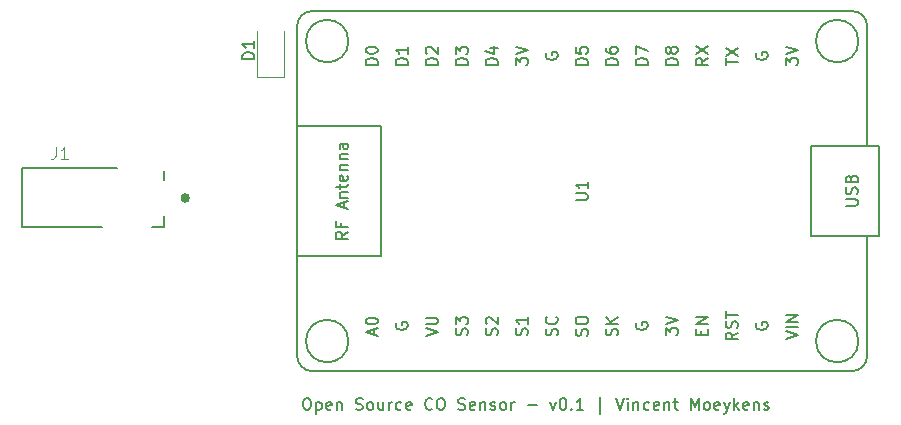
<source format=gto>
G04 #@! TF.GenerationSoftware,KiCad,Pcbnew,5.1.5-52549c5~86~ubuntu18.04.1*
G04 #@! TF.CreationDate,2020-05-06T11:13:41-04:00*
G04 #@! TF.ProjectId,co_sensor,636f5f73-656e-4736-9f72-2e6b69636164,1.0*
G04 #@! TF.SameCoordinates,Original*
G04 #@! TF.FileFunction,Legend,Top*
G04 #@! TF.FilePolarity,Positive*
%FSLAX46Y46*%
G04 Gerber Fmt 4.6, Leading zero omitted, Abs format (unit mm)*
G04 Created by KiCad (PCBNEW 5.1.5-52549c5~86~ubuntu18.04.1) date 2020-05-06 11:13:41*
%MOMM*%
%LPD*%
G04 APERTURE LIST*
%ADD10C,0.165100*%
%ADD11C,0.127000*%
%ADD12C,0.400000*%
%ADD13C,0.120000*%
%ADD14C,0.150000*%
%ADD15C,0.015000*%
G04 APERTURE END LIST*
D10*
X145509007Y-139451964D02*
X145699628Y-139451964D01*
X145794939Y-139499620D01*
X145890249Y-139594930D01*
X145937904Y-139785551D01*
X145937904Y-140119138D01*
X145890249Y-140309759D01*
X145794939Y-140405069D01*
X145699628Y-140452724D01*
X145509007Y-140452724D01*
X145413697Y-140405069D01*
X145318386Y-140309759D01*
X145270731Y-140119138D01*
X145270731Y-139785551D01*
X145318386Y-139594930D01*
X145413697Y-139499620D01*
X145509007Y-139451964D01*
X146366801Y-139785551D02*
X146366801Y-140786311D01*
X146366801Y-139833206D02*
X146462112Y-139785551D01*
X146652733Y-139785551D01*
X146748043Y-139833206D01*
X146795699Y-139880861D01*
X146843354Y-139976172D01*
X146843354Y-140262103D01*
X146795699Y-140357414D01*
X146748043Y-140405069D01*
X146652733Y-140452724D01*
X146462112Y-140452724D01*
X146366801Y-140405069D01*
X147653493Y-140405069D02*
X147558182Y-140452724D01*
X147367561Y-140452724D01*
X147272251Y-140405069D01*
X147224596Y-140309759D01*
X147224596Y-139928517D01*
X147272251Y-139833206D01*
X147367561Y-139785551D01*
X147558182Y-139785551D01*
X147653493Y-139833206D01*
X147701148Y-139928517D01*
X147701148Y-140023827D01*
X147224596Y-140119138D01*
X148130045Y-139785551D02*
X148130045Y-140452724D01*
X148130045Y-139880861D02*
X148177700Y-139833206D01*
X148273011Y-139785551D01*
X148415977Y-139785551D01*
X148511287Y-139833206D01*
X148558942Y-139928517D01*
X148558942Y-140452724D01*
X149750323Y-140405069D02*
X149893289Y-140452724D01*
X150131565Y-140452724D01*
X150226876Y-140405069D01*
X150274531Y-140357414D01*
X150322186Y-140262103D01*
X150322186Y-140166793D01*
X150274531Y-140071482D01*
X150226876Y-140023827D01*
X150131565Y-139976172D01*
X149940944Y-139928517D01*
X149845634Y-139880861D01*
X149797979Y-139833206D01*
X149750323Y-139737896D01*
X149750323Y-139642585D01*
X149797979Y-139547275D01*
X149845634Y-139499620D01*
X149940944Y-139451964D01*
X150179220Y-139451964D01*
X150322186Y-139499620D01*
X150894049Y-140452724D02*
X150798739Y-140405069D01*
X150751083Y-140357414D01*
X150703428Y-140262103D01*
X150703428Y-139976172D01*
X150751083Y-139880861D01*
X150798739Y-139833206D01*
X150894049Y-139785551D01*
X151037015Y-139785551D01*
X151132325Y-139833206D01*
X151179980Y-139880861D01*
X151227636Y-139976172D01*
X151227636Y-140262103D01*
X151179980Y-140357414D01*
X151132325Y-140405069D01*
X151037015Y-140452724D01*
X150894049Y-140452724D01*
X152085430Y-139785551D02*
X152085430Y-140452724D01*
X151656533Y-139785551D02*
X151656533Y-140309759D01*
X151704188Y-140405069D01*
X151799499Y-140452724D01*
X151942464Y-140452724D01*
X152037775Y-140405069D01*
X152085430Y-140357414D01*
X152561982Y-140452724D02*
X152561982Y-139785551D01*
X152561982Y-139976172D02*
X152609638Y-139880861D01*
X152657293Y-139833206D01*
X152752603Y-139785551D01*
X152847914Y-139785551D01*
X153610398Y-140405069D02*
X153515087Y-140452724D01*
X153324466Y-140452724D01*
X153229156Y-140405069D01*
X153181500Y-140357414D01*
X153133845Y-140262103D01*
X153133845Y-139976172D01*
X153181500Y-139880861D01*
X153229156Y-139833206D01*
X153324466Y-139785551D01*
X153515087Y-139785551D01*
X153610398Y-139833206D01*
X154420537Y-140405069D02*
X154325226Y-140452724D01*
X154134605Y-140452724D01*
X154039295Y-140405069D01*
X153991640Y-140309759D01*
X153991640Y-139928517D01*
X154039295Y-139833206D01*
X154134605Y-139785551D01*
X154325226Y-139785551D01*
X154420537Y-139833206D01*
X154468192Y-139928517D01*
X154468192Y-140023827D01*
X153991640Y-140119138D01*
X156231436Y-140357414D02*
X156183780Y-140405069D01*
X156040815Y-140452724D01*
X155945504Y-140452724D01*
X155802539Y-140405069D01*
X155707228Y-140309759D01*
X155659573Y-140214448D01*
X155611918Y-140023827D01*
X155611918Y-139880861D01*
X155659573Y-139690240D01*
X155707228Y-139594930D01*
X155802539Y-139499620D01*
X155945504Y-139451964D01*
X156040815Y-139451964D01*
X156183780Y-139499620D01*
X156231436Y-139547275D01*
X156850954Y-139451964D02*
X157041575Y-139451964D01*
X157136885Y-139499620D01*
X157232196Y-139594930D01*
X157279851Y-139785551D01*
X157279851Y-140119138D01*
X157232196Y-140309759D01*
X157136885Y-140405069D01*
X157041575Y-140452724D01*
X156850954Y-140452724D01*
X156755643Y-140405069D01*
X156660333Y-140309759D01*
X156612678Y-140119138D01*
X156612678Y-139785551D01*
X156660333Y-139594930D01*
X156755643Y-139499620D01*
X156850954Y-139451964D01*
X158423577Y-140405069D02*
X158566542Y-140452724D01*
X158804819Y-140452724D01*
X158900129Y-140405069D01*
X158947784Y-140357414D01*
X158995440Y-140262103D01*
X158995440Y-140166793D01*
X158947784Y-140071482D01*
X158900129Y-140023827D01*
X158804819Y-139976172D01*
X158614198Y-139928517D01*
X158518887Y-139880861D01*
X158471232Y-139833206D01*
X158423577Y-139737896D01*
X158423577Y-139642585D01*
X158471232Y-139547275D01*
X158518887Y-139499620D01*
X158614198Y-139451964D01*
X158852474Y-139451964D01*
X158995440Y-139499620D01*
X159805579Y-140405069D02*
X159710268Y-140452724D01*
X159519647Y-140452724D01*
X159424337Y-140405069D01*
X159376681Y-140309759D01*
X159376681Y-139928517D01*
X159424337Y-139833206D01*
X159519647Y-139785551D01*
X159710268Y-139785551D01*
X159805579Y-139833206D01*
X159853234Y-139928517D01*
X159853234Y-140023827D01*
X159376681Y-140119138D01*
X160282131Y-139785551D02*
X160282131Y-140452724D01*
X160282131Y-139880861D02*
X160329786Y-139833206D01*
X160425097Y-139785551D01*
X160568062Y-139785551D01*
X160663373Y-139833206D01*
X160711028Y-139928517D01*
X160711028Y-140452724D01*
X161139925Y-140405069D02*
X161235236Y-140452724D01*
X161425857Y-140452724D01*
X161521167Y-140405069D01*
X161568822Y-140309759D01*
X161568822Y-140262103D01*
X161521167Y-140166793D01*
X161425857Y-140119138D01*
X161282891Y-140119138D01*
X161187580Y-140071482D01*
X161139925Y-139976172D01*
X161139925Y-139928517D01*
X161187580Y-139833206D01*
X161282891Y-139785551D01*
X161425857Y-139785551D01*
X161521167Y-139833206D01*
X162140685Y-140452724D02*
X162045375Y-140405069D01*
X161997720Y-140357414D01*
X161950064Y-140262103D01*
X161950064Y-139976172D01*
X161997720Y-139880861D01*
X162045375Y-139833206D01*
X162140685Y-139785551D01*
X162283651Y-139785551D01*
X162378961Y-139833206D01*
X162426617Y-139880861D01*
X162474272Y-139976172D01*
X162474272Y-140262103D01*
X162426617Y-140357414D01*
X162378961Y-140405069D01*
X162283651Y-140452724D01*
X162140685Y-140452724D01*
X162903169Y-140452724D02*
X162903169Y-139785551D01*
X162903169Y-139976172D02*
X162950824Y-139880861D01*
X162998480Y-139833206D01*
X163093790Y-139785551D01*
X163189100Y-139785551D01*
X164285171Y-140071482D02*
X165047655Y-140071482D01*
X166191380Y-139785551D02*
X166429657Y-140452724D01*
X166667933Y-139785551D01*
X167239796Y-139451964D02*
X167335106Y-139451964D01*
X167430417Y-139499620D01*
X167478072Y-139547275D01*
X167525727Y-139642585D01*
X167573382Y-139833206D01*
X167573382Y-140071482D01*
X167525727Y-140262103D01*
X167478072Y-140357414D01*
X167430417Y-140405069D01*
X167335106Y-140452724D01*
X167239796Y-140452724D01*
X167144485Y-140405069D01*
X167096830Y-140357414D01*
X167049175Y-140262103D01*
X167001520Y-140071482D01*
X167001520Y-139833206D01*
X167049175Y-139642585D01*
X167096830Y-139547275D01*
X167144485Y-139499620D01*
X167239796Y-139451964D01*
X168002280Y-140357414D02*
X168049935Y-140405069D01*
X168002280Y-140452724D01*
X167954624Y-140405069D01*
X168002280Y-140357414D01*
X168002280Y-140452724D01*
X169003040Y-140452724D02*
X168431177Y-140452724D01*
X168717108Y-140452724D02*
X168717108Y-139451964D01*
X168621798Y-139594930D01*
X168526487Y-139690240D01*
X168431177Y-139737896D01*
X170432697Y-140786311D02*
X170432697Y-139356654D01*
X171767043Y-139451964D02*
X172100630Y-140452724D01*
X172434217Y-139451964D01*
X172767803Y-140452724D02*
X172767803Y-139785551D01*
X172767803Y-139451964D02*
X172720148Y-139499620D01*
X172767803Y-139547275D01*
X172815459Y-139499620D01*
X172767803Y-139451964D01*
X172767803Y-139547275D01*
X173244356Y-139785551D02*
X173244356Y-140452724D01*
X173244356Y-139880861D02*
X173292011Y-139833206D01*
X173387321Y-139785551D01*
X173530287Y-139785551D01*
X173625598Y-139833206D01*
X173673253Y-139928517D01*
X173673253Y-140452724D01*
X174578702Y-140405069D02*
X174483392Y-140452724D01*
X174292771Y-140452724D01*
X174197460Y-140405069D01*
X174149805Y-140357414D01*
X174102150Y-140262103D01*
X174102150Y-139976172D01*
X174149805Y-139880861D01*
X174197460Y-139833206D01*
X174292771Y-139785551D01*
X174483392Y-139785551D01*
X174578702Y-139833206D01*
X175388841Y-140405069D02*
X175293531Y-140452724D01*
X175102910Y-140452724D01*
X175007600Y-140405069D01*
X174959944Y-140309759D01*
X174959944Y-139928517D01*
X175007600Y-139833206D01*
X175102910Y-139785551D01*
X175293531Y-139785551D01*
X175388841Y-139833206D01*
X175436497Y-139928517D01*
X175436497Y-140023827D01*
X174959944Y-140119138D01*
X175865394Y-139785551D02*
X175865394Y-140452724D01*
X175865394Y-139880861D02*
X175913049Y-139833206D01*
X176008360Y-139785551D01*
X176151325Y-139785551D01*
X176246636Y-139833206D01*
X176294291Y-139928517D01*
X176294291Y-140452724D01*
X176627878Y-139785551D02*
X177009120Y-139785551D01*
X176770843Y-139451964D02*
X176770843Y-140309759D01*
X176818499Y-140405069D01*
X176913809Y-140452724D01*
X177009120Y-140452724D01*
X178105190Y-140452724D02*
X178105190Y-139451964D01*
X178438777Y-140166793D01*
X178772363Y-139451964D01*
X178772363Y-140452724D01*
X179391881Y-140452724D02*
X179296571Y-140405069D01*
X179248916Y-140357414D01*
X179201260Y-140262103D01*
X179201260Y-139976172D01*
X179248916Y-139880861D01*
X179296571Y-139833206D01*
X179391881Y-139785551D01*
X179534847Y-139785551D01*
X179630158Y-139833206D01*
X179677813Y-139880861D01*
X179725468Y-139976172D01*
X179725468Y-140262103D01*
X179677813Y-140357414D01*
X179630158Y-140405069D01*
X179534847Y-140452724D01*
X179391881Y-140452724D01*
X180535607Y-140405069D02*
X180440297Y-140452724D01*
X180249676Y-140452724D01*
X180154365Y-140405069D01*
X180106710Y-140309759D01*
X180106710Y-139928517D01*
X180154365Y-139833206D01*
X180249676Y-139785551D01*
X180440297Y-139785551D01*
X180535607Y-139833206D01*
X180583262Y-139928517D01*
X180583262Y-140023827D01*
X180106710Y-140119138D01*
X180916849Y-139785551D02*
X181155125Y-140452724D01*
X181393401Y-139785551D02*
X181155125Y-140452724D01*
X181059815Y-140691000D01*
X181012160Y-140738656D01*
X180916849Y-140786311D01*
X181774643Y-140452724D02*
X181774643Y-139451964D01*
X181869954Y-140071482D02*
X182155885Y-140452724D01*
X182155885Y-139785551D02*
X181774643Y-140166793D01*
X182966024Y-140405069D02*
X182870714Y-140452724D01*
X182680093Y-140452724D01*
X182584782Y-140405069D01*
X182537127Y-140309759D01*
X182537127Y-139928517D01*
X182584782Y-139833206D01*
X182680093Y-139785551D01*
X182870714Y-139785551D01*
X182966024Y-139833206D01*
X183013680Y-139928517D01*
X183013680Y-140023827D01*
X182537127Y-140119138D01*
X183442577Y-139785551D02*
X183442577Y-140452724D01*
X183442577Y-139880861D02*
X183490232Y-139833206D01*
X183585542Y-139785551D01*
X183728508Y-139785551D01*
X183823819Y-139833206D01*
X183871474Y-139928517D01*
X183871474Y-140452724D01*
X184300371Y-140405069D02*
X184395681Y-140452724D01*
X184586302Y-140452724D01*
X184681613Y-140405069D01*
X184729268Y-140309759D01*
X184729268Y-140262103D01*
X184681613Y-140166793D01*
X184586302Y-140119138D01*
X184443337Y-140119138D01*
X184348026Y-140071482D01*
X184300371Y-139976172D01*
X184300371Y-139928517D01*
X184348026Y-139833206D01*
X184443337Y-139785551D01*
X184586302Y-139785551D01*
X184681613Y-139833206D01*
D11*
X132500000Y-125000000D02*
X133500000Y-125000000D01*
X133500000Y-124000000D02*
X133500000Y-125000000D01*
X133500000Y-120250000D02*
X133500000Y-121000000D01*
X129500000Y-120000000D02*
X121500000Y-120000000D01*
X121500000Y-125000000D02*
X128250000Y-125000000D01*
X121500000Y-120000000D02*
X121500000Y-125000000D01*
D12*
X135500000Y-122510000D02*
G75*
G03X135500000Y-122510000I-200000J0D01*
G01*
D13*
X143635000Y-112285000D02*
X143635000Y-108400000D01*
X141365000Y-112285000D02*
X143635000Y-112285000D01*
X141365000Y-108400000D02*
X141365000Y-112285000D01*
D14*
X144780000Y-107950000D02*
X144780000Y-135890000D01*
X149116051Y-109220000D02*
G75*
G03X149116051Y-109220000I-1796051J0D01*
G01*
X149116051Y-134620000D02*
G75*
G03X149116051Y-134620000I-1796051J0D01*
G01*
X192296051Y-134620000D02*
G75*
G03X192296051Y-134620000I-1796051J0D01*
G01*
X192296051Y-109220000D02*
G75*
G03X192296051Y-109220000I-1796051J0D01*
G01*
X193040000Y-125720000D02*
X193040000Y-135890000D01*
X146050000Y-137160000D02*
X191770000Y-137160000D01*
X146050000Y-106680000D02*
X191770000Y-106680000D01*
X191770000Y-137160000D02*
G75*
G03X193040000Y-135890000I0J1270000D01*
G01*
X193040000Y-107950000D02*
G75*
G03X191770000Y-106680000I-1270000J0D01*
G01*
X146050000Y-106680000D02*
G75*
G03X144780000Y-107950000I0J-1270000D01*
G01*
X144780000Y-135890000D02*
G75*
G03X146050000Y-137160000I1270000J0D01*
G01*
X194040000Y-118120000D02*
X194040000Y-125720000D01*
X188310000Y-118120000D02*
X194040000Y-118120000D01*
X188310000Y-125720000D02*
X188310000Y-118120000D01*
X194040000Y-125720000D02*
X188310000Y-125720000D01*
X151910000Y-127420000D02*
X144780000Y-127420000D01*
X144780000Y-116420000D02*
X151910000Y-116420000D01*
X151910000Y-116420000D02*
X151910000Y-127420000D01*
X193040000Y-107940000D02*
X193040000Y-118110000D01*
D15*
X124359086Y-118183823D02*
X124359086Y-118898699D01*
X124311427Y-119041674D01*
X124216110Y-119136991D01*
X124073135Y-119184650D01*
X123977818Y-119184650D01*
X125359913Y-119184650D02*
X124788011Y-119184650D01*
X125073962Y-119184650D02*
X125073962Y-118183823D01*
X124978645Y-118326798D01*
X124883328Y-118422115D01*
X124788011Y-118469773D01*
D14*
X141132380Y-110738095D02*
X140132380Y-110738095D01*
X140132380Y-110500000D01*
X140180000Y-110357142D01*
X140275238Y-110261904D01*
X140370476Y-110214285D01*
X140560952Y-110166666D01*
X140703809Y-110166666D01*
X140894285Y-110214285D01*
X140989523Y-110261904D01*
X141084761Y-110357142D01*
X141132380Y-110500000D01*
X141132380Y-110738095D01*
X141132380Y-109214285D02*
X141132380Y-109785714D01*
X141132380Y-109500000D02*
X140132380Y-109500000D01*
X140275238Y-109595238D01*
X140370476Y-109690476D01*
X140418095Y-109785714D01*
X168362380Y-122681904D02*
X169171904Y-122681904D01*
X169267142Y-122634285D01*
X169314761Y-122586666D01*
X169362380Y-122491428D01*
X169362380Y-122300952D01*
X169314761Y-122205714D01*
X169267142Y-122158095D01*
X169171904Y-122110476D01*
X168362380Y-122110476D01*
X169362380Y-121110476D02*
X169362380Y-121681904D01*
X169362380Y-121396190D02*
X168362380Y-121396190D01*
X168505238Y-121491428D01*
X168600476Y-121586666D01*
X168648095Y-121681904D01*
X151582380Y-111228095D02*
X150582380Y-111228095D01*
X150582380Y-110990000D01*
X150630000Y-110847142D01*
X150725238Y-110751904D01*
X150820476Y-110704285D01*
X151010952Y-110656666D01*
X151153809Y-110656666D01*
X151344285Y-110704285D01*
X151439523Y-110751904D01*
X151534761Y-110847142D01*
X151582380Y-110990000D01*
X151582380Y-111228095D01*
X150582380Y-110037619D02*
X150582380Y-109942380D01*
X150630000Y-109847142D01*
X150677619Y-109799523D01*
X150772857Y-109751904D01*
X150963333Y-109704285D01*
X151201428Y-109704285D01*
X151391904Y-109751904D01*
X151487142Y-109799523D01*
X151534761Y-109847142D01*
X151582380Y-109942380D01*
X151582380Y-110037619D01*
X151534761Y-110132857D01*
X151487142Y-110180476D01*
X151391904Y-110228095D01*
X151201428Y-110275714D01*
X150963333Y-110275714D01*
X150772857Y-110228095D01*
X150677619Y-110180476D01*
X150630000Y-110132857D01*
X150582380Y-110037619D01*
X154122380Y-111228095D02*
X153122380Y-111228095D01*
X153122380Y-110990000D01*
X153170000Y-110847142D01*
X153265238Y-110751904D01*
X153360476Y-110704285D01*
X153550952Y-110656666D01*
X153693809Y-110656666D01*
X153884285Y-110704285D01*
X153979523Y-110751904D01*
X154074761Y-110847142D01*
X154122380Y-110990000D01*
X154122380Y-111228095D01*
X154122380Y-109704285D02*
X154122380Y-110275714D01*
X154122380Y-109990000D02*
X153122380Y-109990000D01*
X153265238Y-110085238D01*
X153360476Y-110180476D01*
X153408095Y-110275714D01*
X156662380Y-111228095D02*
X155662380Y-111228095D01*
X155662380Y-110990000D01*
X155710000Y-110847142D01*
X155805238Y-110751904D01*
X155900476Y-110704285D01*
X156090952Y-110656666D01*
X156233809Y-110656666D01*
X156424285Y-110704285D01*
X156519523Y-110751904D01*
X156614761Y-110847142D01*
X156662380Y-110990000D01*
X156662380Y-111228095D01*
X155757619Y-110275714D02*
X155710000Y-110228095D01*
X155662380Y-110132857D01*
X155662380Y-109894761D01*
X155710000Y-109799523D01*
X155757619Y-109751904D01*
X155852857Y-109704285D01*
X155948095Y-109704285D01*
X156090952Y-109751904D01*
X156662380Y-110323333D01*
X156662380Y-109704285D01*
X159202380Y-111228095D02*
X158202380Y-111228095D01*
X158202380Y-110990000D01*
X158250000Y-110847142D01*
X158345238Y-110751904D01*
X158440476Y-110704285D01*
X158630952Y-110656666D01*
X158773809Y-110656666D01*
X158964285Y-110704285D01*
X159059523Y-110751904D01*
X159154761Y-110847142D01*
X159202380Y-110990000D01*
X159202380Y-111228095D01*
X158202380Y-110323333D02*
X158202380Y-109704285D01*
X158583333Y-110037619D01*
X158583333Y-109894761D01*
X158630952Y-109799523D01*
X158678571Y-109751904D01*
X158773809Y-109704285D01*
X159011904Y-109704285D01*
X159107142Y-109751904D01*
X159154761Y-109799523D01*
X159202380Y-109894761D01*
X159202380Y-110180476D01*
X159154761Y-110275714D01*
X159107142Y-110323333D01*
X161742380Y-111228095D02*
X160742380Y-111228095D01*
X160742380Y-110990000D01*
X160790000Y-110847142D01*
X160885238Y-110751904D01*
X160980476Y-110704285D01*
X161170952Y-110656666D01*
X161313809Y-110656666D01*
X161504285Y-110704285D01*
X161599523Y-110751904D01*
X161694761Y-110847142D01*
X161742380Y-110990000D01*
X161742380Y-111228095D01*
X161075714Y-109799523D02*
X161742380Y-109799523D01*
X160694761Y-110037619D02*
X161409047Y-110275714D01*
X161409047Y-109656666D01*
X163282380Y-111251904D02*
X163282380Y-110632857D01*
X163663333Y-110966190D01*
X163663333Y-110823333D01*
X163710952Y-110728095D01*
X163758571Y-110680476D01*
X163853809Y-110632857D01*
X164091904Y-110632857D01*
X164187142Y-110680476D01*
X164234761Y-110728095D01*
X164282380Y-110823333D01*
X164282380Y-111109047D01*
X164234761Y-111204285D01*
X164187142Y-111251904D01*
X163282380Y-110347142D02*
X164282380Y-110013809D01*
X163282380Y-109680476D01*
X165870000Y-110228095D02*
X165822380Y-110323333D01*
X165822380Y-110466190D01*
X165870000Y-110609047D01*
X165965238Y-110704285D01*
X166060476Y-110751904D01*
X166250952Y-110799523D01*
X166393809Y-110799523D01*
X166584285Y-110751904D01*
X166679523Y-110704285D01*
X166774761Y-110609047D01*
X166822380Y-110466190D01*
X166822380Y-110370952D01*
X166774761Y-110228095D01*
X166727142Y-110180476D01*
X166393809Y-110180476D01*
X166393809Y-110370952D01*
X169362380Y-111228095D02*
X168362380Y-111228095D01*
X168362380Y-110990000D01*
X168410000Y-110847142D01*
X168505238Y-110751904D01*
X168600476Y-110704285D01*
X168790952Y-110656666D01*
X168933809Y-110656666D01*
X169124285Y-110704285D01*
X169219523Y-110751904D01*
X169314761Y-110847142D01*
X169362380Y-110990000D01*
X169362380Y-111228095D01*
X168362380Y-109751904D02*
X168362380Y-110228095D01*
X168838571Y-110275714D01*
X168790952Y-110228095D01*
X168743333Y-110132857D01*
X168743333Y-109894761D01*
X168790952Y-109799523D01*
X168838571Y-109751904D01*
X168933809Y-109704285D01*
X169171904Y-109704285D01*
X169267142Y-109751904D01*
X169314761Y-109799523D01*
X169362380Y-109894761D01*
X169362380Y-110132857D01*
X169314761Y-110228095D01*
X169267142Y-110275714D01*
X171902380Y-111228095D02*
X170902380Y-111228095D01*
X170902380Y-110990000D01*
X170950000Y-110847142D01*
X171045238Y-110751904D01*
X171140476Y-110704285D01*
X171330952Y-110656666D01*
X171473809Y-110656666D01*
X171664285Y-110704285D01*
X171759523Y-110751904D01*
X171854761Y-110847142D01*
X171902380Y-110990000D01*
X171902380Y-111228095D01*
X170902380Y-109799523D02*
X170902380Y-109990000D01*
X170950000Y-110085238D01*
X170997619Y-110132857D01*
X171140476Y-110228095D01*
X171330952Y-110275714D01*
X171711904Y-110275714D01*
X171807142Y-110228095D01*
X171854761Y-110180476D01*
X171902380Y-110085238D01*
X171902380Y-109894761D01*
X171854761Y-109799523D01*
X171807142Y-109751904D01*
X171711904Y-109704285D01*
X171473809Y-109704285D01*
X171378571Y-109751904D01*
X171330952Y-109799523D01*
X171283333Y-109894761D01*
X171283333Y-110085238D01*
X171330952Y-110180476D01*
X171378571Y-110228095D01*
X171473809Y-110275714D01*
X174442380Y-111228095D02*
X173442380Y-111228095D01*
X173442380Y-110990000D01*
X173490000Y-110847142D01*
X173585238Y-110751904D01*
X173680476Y-110704285D01*
X173870952Y-110656666D01*
X174013809Y-110656666D01*
X174204285Y-110704285D01*
X174299523Y-110751904D01*
X174394761Y-110847142D01*
X174442380Y-110990000D01*
X174442380Y-111228095D01*
X173442380Y-110323333D02*
X173442380Y-109656666D01*
X174442380Y-110085238D01*
X176982380Y-111228095D02*
X175982380Y-111228095D01*
X175982380Y-110990000D01*
X176030000Y-110847142D01*
X176125238Y-110751904D01*
X176220476Y-110704285D01*
X176410952Y-110656666D01*
X176553809Y-110656666D01*
X176744285Y-110704285D01*
X176839523Y-110751904D01*
X176934761Y-110847142D01*
X176982380Y-110990000D01*
X176982380Y-111228095D01*
X176410952Y-110085238D02*
X176363333Y-110180476D01*
X176315714Y-110228095D01*
X176220476Y-110275714D01*
X176172857Y-110275714D01*
X176077619Y-110228095D01*
X176030000Y-110180476D01*
X175982380Y-110085238D01*
X175982380Y-109894761D01*
X176030000Y-109799523D01*
X176077619Y-109751904D01*
X176172857Y-109704285D01*
X176220476Y-109704285D01*
X176315714Y-109751904D01*
X176363333Y-109799523D01*
X176410952Y-109894761D01*
X176410952Y-110085238D01*
X176458571Y-110180476D01*
X176506190Y-110228095D01*
X176601428Y-110275714D01*
X176791904Y-110275714D01*
X176887142Y-110228095D01*
X176934761Y-110180476D01*
X176982380Y-110085238D01*
X176982380Y-109894761D01*
X176934761Y-109799523D01*
X176887142Y-109751904D01*
X176791904Y-109704285D01*
X176601428Y-109704285D01*
X176506190Y-109751904D01*
X176458571Y-109799523D01*
X176410952Y-109894761D01*
X179522380Y-110656666D02*
X179046190Y-110990000D01*
X179522380Y-111228095D02*
X178522380Y-111228095D01*
X178522380Y-110847142D01*
X178570000Y-110751904D01*
X178617619Y-110704285D01*
X178712857Y-110656666D01*
X178855714Y-110656666D01*
X178950952Y-110704285D01*
X178998571Y-110751904D01*
X179046190Y-110847142D01*
X179046190Y-111228095D01*
X178522380Y-110323333D02*
X179522380Y-109656666D01*
X178522380Y-109656666D02*
X179522380Y-110323333D01*
X181062380Y-111251904D02*
X181062380Y-110680476D01*
X182062380Y-110966190D02*
X181062380Y-110966190D01*
X181062380Y-110442380D02*
X182062380Y-109775714D01*
X181062380Y-109775714D02*
X182062380Y-110442380D01*
X183650000Y-110228095D02*
X183602380Y-110323333D01*
X183602380Y-110466190D01*
X183650000Y-110609047D01*
X183745238Y-110704285D01*
X183840476Y-110751904D01*
X184030952Y-110799523D01*
X184173809Y-110799523D01*
X184364285Y-110751904D01*
X184459523Y-110704285D01*
X184554761Y-110609047D01*
X184602380Y-110466190D01*
X184602380Y-110370952D01*
X184554761Y-110228095D01*
X184507142Y-110180476D01*
X184173809Y-110180476D01*
X184173809Y-110370952D01*
X186142380Y-111251904D02*
X186142380Y-110632857D01*
X186523333Y-110966190D01*
X186523333Y-110823333D01*
X186570952Y-110728095D01*
X186618571Y-110680476D01*
X186713809Y-110632857D01*
X186951904Y-110632857D01*
X187047142Y-110680476D01*
X187094761Y-110728095D01*
X187142380Y-110823333D01*
X187142380Y-111109047D01*
X187094761Y-111204285D01*
X187047142Y-111251904D01*
X186142380Y-110347142D02*
X187142380Y-110013809D01*
X186142380Y-109680476D01*
X151296666Y-134064285D02*
X151296666Y-133588095D01*
X151582380Y-134159523D02*
X150582380Y-133826190D01*
X151582380Y-133492857D01*
X150582380Y-132969047D02*
X150582380Y-132873809D01*
X150630000Y-132778571D01*
X150677619Y-132730952D01*
X150772857Y-132683333D01*
X150963333Y-132635714D01*
X151201428Y-132635714D01*
X151391904Y-132683333D01*
X151487142Y-132730952D01*
X151534761Y-132778571D01*
X151582380Y-132873809D01*
X151582380Y-132969047D01*
X151534761Y-133064285D01*
X151487142Y-133111904D01*
X151391904Y-133159523D01*
X151201428Y-133207142D01*
X150963333Y-133207142D01*
X150772857Y-133159523D01*
X150677619Y-133111904D01*
X150630000Y-133064285D01*
X150582380Y-132969047D01*
X153170000Y-133088095D02*
X153122380Y-133183333D01*
X153122380Y-133326190D01*
X153170000Y-133469047D01*
X153265238Y-133564285D01*
X153360476Y-133611904D01*
X153550952Y-133659523D01*
X153693809Y-133659523D01*
X153884285Y-133611904D01*
X153979523Y-133564285D01*
X154074761Y-133469047D01*
X154122380Y-133326190D01*
X154122380Y-133230952D01*
X154074761Y-133088095D01*
X154027142Y-133040476D01*
X153693809Y-133040476D01*
X153693809Y-133230952D01*
X155662380Y-134207142D02*
X156662380Y-133873809D01*
X155662380Y-133540476D01*
X155662380Y-133207142D02*
X156471904Y-133207142D01*
X156567142Y-133159523D01*
X156614761Y-133111904D01*
X156662380Y-133016666D01*
X156662380Y-132826190D01*
X156614761Y-132730952D01*
X156567142Y-132683333D01*
X156471904Y-132635714D01*
X155662380Y-132635714D01*
X159154761Y-134111904D02*
X159202380Y-133969047D01*
X159202380Y-133730952D01*
X159154761Y-133635714D01*
X159107142Y-133588095D01*
X159011904Y-133540476D01*
X158916666Y-133540476D01*
X158821428Y-133588095D01*
X158773809Y-133635714D01*
X158726190Y-133730952D01*
X158678571Y-133921428D01*
X158630952Y-134016666D01*
X158583333Y-134064285D01*
X158488095Y-134111904D01*
X158392857Y-134111904D01*
X158297619Y-134064285D01*
X158250000Y-134016666D01*
X158202380Y-133921428D01*
X158202380Y-133683333D01*
X158250000Y-133540476D01*
X158202380Y-133207142D02*
X158202380Y-132588095D01*
X158583333Y-132921428D01*
X158583333Y-132778571D01*
X158630952Y-132683333D01*
X158678571Y-132635714D01*
X158773809Y-132588095D01*
X159011904Y-132588095D01*
X159107142Y-132635714D01*
X159154761Y-132683333D01*
X159202380Y-132778571D01*
X159202380Y-133064285D01*
X159154761Y-133159523D01*
X159107142Y-133207142D01*
X161694761Y-134111904D02*
X161742380Y-133969047D01*
X161742380Y-133730952D01*
X161694761Y-133635714D01*
X161647142Y-133588095D01*
X161551904Y-133540476D01*
X161456666Y-133540476D01*
X161361428Y-133588095D01*
X161313809Y-133635714D01*
X161266190Y-133730952D01*
X161218571Y-133921428D01*
X161170952Y-134016666D01*
X161123333Y-134064285D01*
X161028095Y-134111904D01*
X160932857Y-134111904D01*
X160837619Y-134064285D01*
X160790000Y-134016666D01*
X160742380Y-133921428D01*
X160742380Y-133683333D01*
X160790000Y-133540476D01*
X160837619Y-133159523D02*
X160790000Y-133111904D01*
X160742380Y-133016666D01*
X160742380Y-132778571D01*
X160790000Y-132683333D01*
X160837619Y-132635714D01*
X160932857Y-132588095D01*
X161028095Y-132588095D01*
X161170952Y-132635714D01*
X161742380Y-133207142D01*
X161742380Y-132588095D01*
X164234761Y-134111904D02*
X164282380Y-133969047D01*
X164282380Y-133730952D01*
X164234761Y-133635714D01*
X164187142Y-133588095D01*
X164091904Y-133540476D01*
X163996666Y-133540476D01*
X163901428Y-133588095D01*
X163853809Y-133635714D01*
X163806190Y-133730952D01*
X163758571Y-133921428D01*
X163710952Y-134016666D01*
X163663333Y-134064285D01*
X163568095Y-134111904D01*
X163472857Y-134111904D01*
X163377619Y-134064285D01*
X163330000Y-134016666D01*
X163282380Y-133921428D01*
X163282380Y-133683333D01*
X163330000Y-133540476D01*
X164282380Y-132588095D02*
X164282380Y-133159523D01*
X164282380Y-132873809D02*
X163282380Y-132873809D01*
X163425238Y-132969047D01*
X163520476Y-133064285D01*
X163568095Y-133159523D01*
X166774761Y-134135714D02*
X166822380Y-133992857D01*
X166822380Y-133754761D01*
X166774761Y-133659523D01*
X166727142Y-133611904D01*
X166631904Y-133564285D01*
X166536666Y-133564285D01*
X166441428Y-133611904D01*
X166393809Y-133659523D01*
X166346190Y-133754761D01*
X166298571Y-133945238D01*
X166250952Y-134040476D01*
X166203333Y-134088095D01*
X166108095Y-134135714D01*
X166012857Y-134135714D01*
X165917619Y-134088095D01*
X165870000Y-134040476D01*
X165822380Y-133945238D01*
X165822380Y-133707142D01*
X165870000Y-133564285D01*
X166727142Y-132564285D02*
X166774761Y-132611904D01*
X166822380Y-132754761D01*
X166822380Y-132850000D01*
X166774761Y-132992857D01*
X166679523Y-133088095D01*
X166584285Y-133135714D01*
X166393809Y-133183333D01*
X166250952Y-133183333D01*
X166060476Y-133135714D01*
X165965238Y-133088095D01*
X165870000Y-132992857D01*
X165822380Y-132850000D01*
X165822380Y-132754761D01*
X165870000Y-132611904D01*
X165917619Y-132564285D01*
X169314761Y-134159523D02*
X169362380Y-134016666D01*
X169362380Y-133778571D01*
X169314761Y-133683333D01*
X169267142Y-133635714D01*
X169171904Y-133588095D01*
X169076666Y-133588095D01*
X168981428Y-133635714D01*
X168933809Y-133683333D01*
X168886190Y-133778571D01*
X168838571Y-133969047D01*
X168790952Y-134064285D01*
X168743333Y-134111904D01*
X168648095Y-134159523D01*
X168552857Y-134159523D01*
X168457619Y-134111904D01*
X168410000Y-134064285D01*
X168362380Y-133969047D01*
X168362380Y-133730952D01*
X168410000Y-133588095D01*
X168362380Y-132969047D02*
X168362380Y-132778571D01*
X168410000Y-132683333D01*
X168505238Y-132588095D01*
X168695714Y-132540476D01*
X169029047Y-132540476D01*
X169219523Y-132588095D01*
X169314761Y-132683333D01*
X169362380Y-132778571D01*
X169362380Y-132969047D01*
X169314761Y-133064285D01*
X169219523Y-133159523D01*
X169029047Y-133207142D01*
X168695714Y-133207142D01*
X168505238Y-133159523D01*
X168410000Y-133064285D01*
X168362380Y-132969047D01*
X171854761Y-134135714D02*
X171902380Y-133992857D01*
X171902380Y-133754761D01*
X171854761Y-133659523D01*
X171807142Y-133611904D01*
X171711904Y-133564285D01*
X171616666Y-133564285D01*
X171521428Y-133611904D01*
X171473809Y-133659523D01*
X171426190Y-133754761D01*
X171378571Y-133945238D01*
X171330952Y-134040476D01*
X171283333Y-134088095D01*
X171188095Y-134135714D01*
X171092857Y-134135714D01*
X170997619Y-134088095D01*
X170950000Y-134040476D01*
X170902380Y-133945238D01*
X170902380Y-133707142D01*
X170950000Y-133564285D01*
X171902380Y-133135714D02*
X170902380Y-133135714D01*
X171902380Y-132564285D02*
X171330952Y-132992857D01*
X170902380Y-132564285D02*
X171473809Y-133135714D01*
X173490000Y-133088095D02*
X173442380Y-133183333D01*
X173442380Y-133326190D01*
X173490000Y-133469047D01*
X173585238Y-133564285D01*
X173680476Y-133611904D01*
X173870952Y-133659523D01*
X174013809Y-133659523D01*
X174204285Y-133611904D01*
X174299523Y-133564285D01*
X174394761Y-133469047D01*
X174442380Y-133326190D01*
X174442380Y-133230952D01*
X174394761Y-133088095D01*
X174347142Y-133040476D01*
X174013809Y-133040476D01*
X174013809Y-133230952D01*
X175982380Y-134111904D02*
X175982380Y-133492857D01*
X176363333Y-133826190D01*
X176363333Y-133683333D01*
X176410952Y-133588095D01*
X176458571Y-133540476D01*
X176553809Y-133492857D01*
X176791904Y-133492857D01*
X176887142Y-133540476D01*
X176934761Y-133588095D01*
X176982380Y-133683333D01*
X176982380Y-133969047D01*
X176934761Y-134064285D01*
X176887142Y-134111904D01*
X175982380Y-133207142D02*
X176982380Y-132873809D01*
X175982380Y-132540476D01*
X178998571Y-134088095D02*
X178998571Y-133754761D01*
X179522380Y-133611904D02*
X179522380Y-134088095D01*
X178522380Y-134088095D01*
X178522380Y-133611904D01*
X179522380Y-133183333D02*
X178522380Y-133183333D01*
X179522380Y-132611904D01*
X178522380Y-132611904D01*
X182062380Y-133897619D02*
X181586190Y-134230952D01*
X182062380Y-134469047D02*
X181062380Y-134469047D01*
X181062380Y-134088095D01*
X181110000Y-133992857D01*
X181157619Y-133945238D01*
X181252857Y-133897619D01*
X181395714Y-133897619D01*
X181490952Y-133945238D01*
X181538571Y-133992857D01*
X181586190Y-134088095D01*
X181586190Y-134469047D01*
X182014761Y-133516666D02*
X182062380Y-133373809D01*
X182062380Y-133135714D01*
X182014761Y-133040476D01*
X181967142Y-132992857D01*
X181871904Y-132945238D01*
X181776666Y-132945238D01*
X181681428Y-132992857D01*
X181633809Y-133040476D01*
X181586190Y-133135714D01*
X181538571Y-133326190D01*
X181490952Y-133421428D01*
X181443333Y-133469047D01*
X181348095Y-133516666D01*
X181252857Y-133516666D01*
X181157619Y-133469047D01*
X181110000Y-133421428D01*
X181062380Y-133326190D01*
X181062380Y-133088095D01*
X181110000Y-132945238D01*
X181062380Y-132659523D02*
X181062380Y-132088095D01*
X182062380Y-132373809D02*
X181062380Y-132373809D01*
X183650000Y-133088095D02*
X183602380Y-133183333D01*
X183602380Y-133326190D01*
X183650000Y-133469047D01*
X183745238Y-133564285D01*
X183840476Y-133611904D01*
X184030952Y-133659523D01*
X184173809Y-133659523D01*
X184364285Y-133611904D01*
X184459523Y-133564285D01*
X184554761Y-133469047D01*
X184602380Y-133326190D01*
X184602380Y-133230952D01*
X184554761Y-133088095D01*
X184507142Y-133040476D01*
X184173809Y-133040476D01*
X184173809Y-133230952D01*
X186142380Y-134445238D02*
X187142380Y-134111904D01*
X186142380Y-133778571D01*
X187142380Y-133445238D02*
X186142380Y-133445238D01*
X187142380Y-132969047D02*
X186142380Y-132969047D01*
X187142380Y-132397619D01*
X186142380Y-132397619D01*
X149042380Y-125372380D02*
X148566190Y-125705714D01*
X149042380Y-125943809D02*
X148042380Y-125943809D01*
X148042380Y-125562857D01*
X148090000Y-125467619D01*
X148137619Y-125420000D01*
X148232857Y-125372380D01*
X148375714Y-125372380D01*
X148470952Y-125420000D01*
X148518571Y-125467619D01*
X148566190Y-125562857D01*
X148566190Y-125943809D01*
X148518571Y-124610476D02*
X148518571Y-124943809D01*
X149042380Y-124943809D02*
X148042380Y-124943809D01*
X148042380Y-124467619D01*
X148756666Y-123372380D02*
X148756666Y-122896190D01*
X149042380Y-123467619D02*
X148042380Y-123134285D01*
X149042380Y-122800952D01*
X148375714Y-122467619D02*
X149042380Y-122467619D01*
X148470952Y-122467619D02*
X148423333Y-122420000D01*
X148375714Y-122324761D01*
X148375714Y-122181904D01*
X148423333Y-122086666D01*
X148518571Y-122039047D01*
X149042380Y-122039047D01*
X148375714Y-121705714D02*
X148375714Y-121324761D01*
X148042380Y-121562857D02*
X148899523Y-121562857D01*
X148994761Y-121515238D01*
X149042380Y-121420000D01*
X149042380Y-121324761D01*
X148994761Y-120610476D02*
X149042380Y-120705714D01*
X149042380Y-120896190D01*
X148994761Y-120991428D01*
X148899523Y-121039047D01*
X148518571Y-121039047D01*
X148423333Y-120991428D01*
X148375714Y-120896190D01*
X148375714Y-120705714D01*
X148423333Y-120610476D01*
X148518571Y-120562857D01*
X148613809Y-120562857D01*
X148709047Y-121039047D01*
X148375714Y-120134285D02*
X149042380Y-120134285D01*
X148470952Y-120134285D02*
X148423333Y-120086666D01*
X148375714Y-119991428D01*
X148375714Y-119848571D01*
X148423333Y-119753333D01*
X148518571Y-119705714D01*
X149042380Y-119705714D01*
X148375714Y-119229523D02*
X149042380Y-119229523D01*
X148470952Y-119229523D02*
X148423333Y-119181904D01*
X148375714Y-119086666D01*
X148375714Y-118943809D01*
X148423333Y-118848571D01*
X148518571Y-118800952D01*
X149042380Y-118800952D01*
X149042380Y-117896190D02*
X148518571Y-117896190D01*
X148423333Y-117943809D01*
X148375714Y-118039047D01*
X148375714Y-118229523D01*
X148423333Y-118324761D01*
X148994761Y-117896190D02*
X149042380Y-117991428D01*
X149042380Y-118229523D01*
X148994761Y-118324761D01*
X148899523Y-118372380D01*
X148804285Y-118372380D01*
X148709047Y-118324761D01*
X148661428Y-118229523D01*
X148661428Y-117991428D01*
X148613809Y-117896190D01*
X191222380Y-123181904D02*
X192031904Y-123181904D01*
X192127142Y-123134285D01*
X192174761Y-123086666D01*
X192222380Y-122991428D01*
X192222380Y-122800952D01*
X192174761Y-122705714D01*
X192127142Y-122658095D01*
X192031904Y-122610476D01*
X191222380Y-122610476D01*
X192174761Y-122181904D02*
X192222380Y-122039047D01*
X192222380Y-121800952D01*
X192174761Y-121705714D01*
X192127142Y-121658095D01*
X192031904Y-121610476D01*
X191936666Y-121610476D01*
X191841428Y-121658095D01*
X191793809Y-121705714D01*
X191746190Y-121800952D01*
X191698571Y-121991428D01*
X191650952Y-122086666D01*
X191603333Y-122134285D01*
X191508095Y-122181904D01*
X191412857Y-122181904D01*
X191317619Y-122134285D01*
X191270000Y-122086666D01*
X191222380Y-121991428D01*
X191222380Y-121753333D01*
X191270000Y-121610476D01*
X191698571Y-120848571D02*
X191746190Y-120705714D01*
X191793809Y-120658095D01*
X191889047Y-120610476D01*
X192031904Y-120610476D01*
X192127142Y-120658095D01*
X192174761Y-120705714D01*
X192222380Y-120800952D01*
X192222380Y-121181904D01*
X191222380Y-121181904D01*
X191222380Y-120848571D01*
X191270000Y-120753333D01*
X191317619Y-120705714D01*
X191412857Y-120658095D01*
X191508095Y-120658095D01*
X191603333Y-120705714D01*
X191650952Y-120753333D01*
X191698571Y-120848571D01*
X191698571Y-121181904D01*
M02*

</source>
